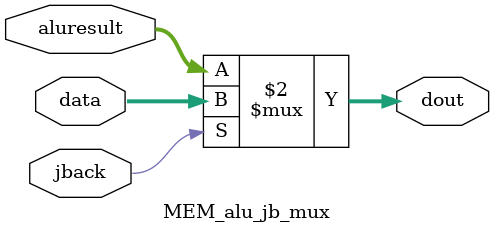
<source format=v>
`timescale 1ns / 1ps


module MEM_alu_jb_mux(
            input [31:0] aluresult,data,
            input jback,
            output [31:0] dout
    );
    
            assign dout = (jback == 1'b1)   ?   data    :   aluresult;
endmodule

</source>
